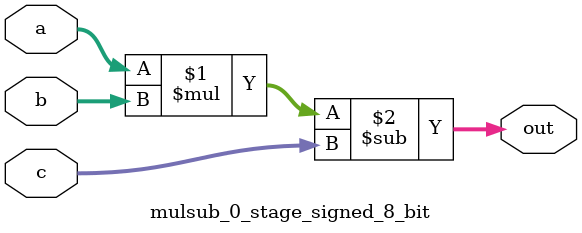
<source format=sv>
(* use_dsp = "yes" *) module mulsub_0_stage_signed_8_bit(
	input signed [7:0] a,
	input signed [7:0] b,
	input signed [7:0] c,
	output [7:0] out
	);

	assign out = (a * b) - c;
endmodule

</source>
